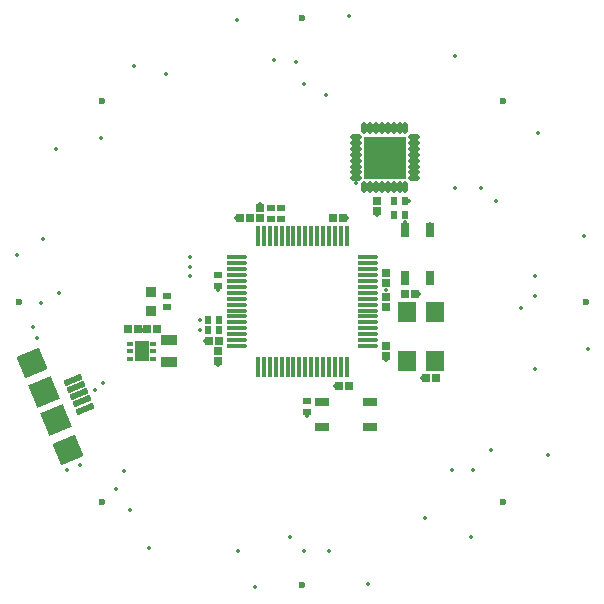
<source format=gts>
G04 Layer_Color=8388736*
%FSAX25Y25*%
%MOIN*%
G70*
G01*
G75*
%ADD31C,0.02362*%
%ADD56R,0.04537X0.06899*%
%ADD57R,0.02372X0.01781*%
G04:AMPARAMS|DCode=58|XSize=62mil|YSize=20mil|CornerRadius=0mil|HoleSize=0mil|Usage=FLASHONLY|Rotation=22.500|XOffset=0mil|YOffset=0mil|HoleType=Round|Shape=Rectangle|*
%AMROTATEDRECTD58*
4,1,4,-0.02481,-0.02110,-0.03247,-0.00262,0.02481,0.02110,0.03247,0.00262,-0.02481,-0.02110,0.0*
%
%ADD58ROTATEDRECTD58*%

G04:AMPARAMS|DCode=59|XSize=77mil|YSize=81mil|CornerRadius=0mil|HoleSize=0mil|Usage=FLASHONLY|Rotation=292.500|XOffset=0mil|YOffset=0mil|HoleType=Round|Shape=Rectangle|*
%AMROTATEDRECTD59*
4,1,4,-0.05215,0.02007,0.02268,0.05107,0.05215,-0.02007,-0.02268,-0.05107,-0.05215,0.02007,0.0*
%
%ADD59ROTATEDRECTD59*%

%ADD60P,0.11455X4X337.5*%
%ADD61R,0.04537X0.03159*%
%ADD62O,0.06702X0.01584*%
%ADD63O,0.01584X0.06702*%
G04:AMPARAMS|DCode=64|XSize=141.83mil|YSize=141.83mil|CornerRadius=5.04mil|HoleSize=0mil|Usage=FLASHONLY|Rotation=180.000|XOffset=0mil|YOffset=0mil|HoleType=Round|Shape=RoundedRectangle|*
%AMROUNDEDRECTD64*
21,1,0.14183,0.13175,0,0,180.0*
21,1,0.13175,0.14183,0,0,180.0*
1,1,0.01008,-0.06588,0.06588*
1,1,0.01008,0.06588,0.06588*
1,1,0.01008,0.06588,-0.06588*
1,1,0.01008,-0.06588,-0.06588*
%
%ADD64ROUNDEDRECTD64*%
G04:AMPARAMS|DCode=65|XSize=17.02mil|YSize=39.47mil|CornerRadius=4.98mil|HoleSize=0mil|Usage=FLASHONLY|Rotation=180.000|XOffset=0mil|YOffset=0mil|HoleType=Round|Shape=RoundedRectangle|*
%AMROUNDEDRECTD65*
21,1,0.01702,0.02950,0,0,180.0*
21,1,0.00706,0.03947,0,0,180.0*
1,1,0.00997,-0.00353,0.01475*
1,1,0.00997,0.00353,0.01475*
1,1,0.00997,0.00353,-0.01475*
1,1,0.00997,-0.00353,-0.01475*
%
%ADD65ROUNDEDRECTD65*%
G04:AMPARAMS|DCode=66|XSize=17.02mil|YSize=39.47mil|CornerRadius=4.98mil|HoleSize=0mil|Usage=FLASHONLY|Rotation=270.000|XOffset=0mil|YOffset=0mil|HoleType=Round|Shape=RoundedRectangle|*
%AMROUNDEDRECTD66*
21,1,0.01702,0.02950,0,0,270.0*
21,1,0.00706,0.03947,0,0,270.0*
1,1,0.00997,-0.01475,-0.00353*
1,1,0.00997,-0.01475,0.00353*
1,1,0.00997,0.01475,0.00353*
1,1,0.00997,0.01475,-0.00353*
%
%ADD66ROUNDEDRECTD66*%
%ADD67R,0.02765X0.02372*%
%ADD68R,0.03750X0.03356*%
%ADD69R,0.05718X0.03356*%
%ADD70R,0.02569X0.02647*%
%ADD71R,0.06100X0.06900*%
%ADD72R,0.03159X0.04537*%
%ADD73R,0.02372X0.02765*%
%ADD74R,0.02647X0.02569*%
%ADD75C,0.01400*%
D31*
X0442165Y0328335D02*
D03*
X0509000Y0356020D02*
D03*
X0575836Y0328335D02*
D03*
X0603520Y0261500D02*
D03*
X0575836Y0194665D02*
D03*
X0509000Y0166980D02*
D03*
X0442165Y0194665D02*
D03*
X0414480Y0261500D02*
D03*
D56*
X0455500Y0245000D02*
D03*
D57*
X0451661Y0242441D02*
D03*
Y0245000D02*
D03*
Y0247559D02*
D03*
X0459339D02*
D03*
Y0245000D02*
D03*
Y0242441D02*
D03*
D58*
X0432669Y0235422D02*
D03*
X0436618Y0225890D02*
D03*
X0433648Y0233058D02*
D03*
X0434628Y0230694D02*
D03*
X0435623Y0228292D02*
D03*
D59*
X0418900Y0241225D02*
D03*
X0430973Y0212078D02*
D03*
D60*
X0423014Y0231295D02*
D03*
X0426840Y0222056D02*
D03*
D61*
X0515429Y0228134D02*
D03*
Y0219866D02*
D03*
X0531571Y0228134D02*
D03*
Y0219866D02*
D03*
D62*
X0530752Y0246736D02*
D03*
Y0248705D02*
D03*
Y0250673D02*
D03*
Y0252642D02*
D03*
Y0254610D02*
D03*
Y0256579D02*
D03*
Y0258547D02*
D03*
Y0260516D02*
D03*
Y0262484D02*
D03*
Y0264453D02*
D03*
Y0266421D02*
D03*
Y0268390D02*
D03*
Y0270358D02*
D03*
Y0272327D02*
D03*
Y0274295D02*
D03*
Y0276264D02*
D03*
X0487248D02*
D03*
Y0274295D02*
D03*
Y0272327D02*
D03*
Y0270358D02*
D03*
Y0268390D02*
D03*
Y0266421D02*
D03*
Y0264453D02*
D03*
Y0262484D02*
D03*
Y0260516D02*
D03*
Y0258547D02*
D03*
Y0256579D02*
D03*
Y0254610D02*
D03*
Y0252642D02*
D03*
Y0250673D02*
D03*
Y0248705D02*
D03*
Y0246736D02*
D03*
D63*
X0523764Y0283252D02*
D03*
X0521795D02*
D03*
X0519827D02*
D03*
X0517858D02*
D03*
X0515890D02*
D03*
X0513921D02*
D03*
X0511953D02*
D03*
X0509984D02*
D03*
X0508016D02*
D03*
X0506047D02*
D03*
X0504079D02*
D03*
X0502110D02*
D03*
X0500142D02*
D03*
X0498173D02*
D03*
X0496205D02*
D03*
X0494236D02*
D03*
Y0239748D02*
D03*
X0496205D02*
D03*
X0498173D02*
D03*
X0500142D02*
D03*
X0502110D02*
D03*
X0504079D02*
D03*
X0506047D02*
D03*
X0508016D02*
D03*
X0509984D02*
D03*
X0511953D02*
D03*
X0513921D02*
D03*
X0515890D02*
D03*
X0517858D02*
D03*
X0519827D02*
D03*
X0521795D02*
D03*
X0523764D02*
D03*
D64*
X0536500Y0309500D02*
D03*
D65*
X0543390Y0299756D02*
D03*
X0541421D02*
D03*
X0539453D02*
D03*
X0537484D02*
D03*
X0535516D02*
D03*
X0533547D02*
D03*
X0531579D02*
D03*
X0529610D02*
D03*
Y0319244D02*
D03*
X0531579D02*
D03*
X0533547D02*
D03*
X0535516D02*
D03*
X0537484D02*
D03*
X0539453D02*
D03*
X0541421D02*
D03*
X0543390D02*
D03*
D66*
X0526756Y0302610D02*
D03*
Y0304579D02*
D03*
Y0306547D02*
D03*
Y0308516D02*
D03*
Y0310484D02*
D03*
Y0312453D02*
D03*
Y0314421D02*
D03*
Y0316390D02*
D03*
X0546244D02*
D03*
Y0314421D02*
D03*
Y0312453D02*
D03*
Y0310484D02*
D03*
Y0308516D02*
D03*
Y0306547D02*
D03*
Y0304579D02*
D03*
Y0302610D02*
D03*
D67*
X0464000Y0259728D02*
D03*
Y0263272D02*
D03*
X0481000Y0270272D02*
D03*
Y0266728D02*
D03*
X0510500Y0228272D02*
D03*
Y0224728D02*
D03*
X0498500Y0292772D02*
D03*
Y0289228D02*
D03*
X0502000Y0292772D02*
D03*
Y0289228D02*
D03*
D68*
X0458500Y0264650D02*
D03*
Y0258350D02*
D03*
D69*
X0464500Y0241260D02*
D03*
Y0248740D02*
D03*
D70*
X0450886Y0252500D02*
D03*
X0454114D02*
D03*
X0481114Y0248500D02*
D03*
X0477886D02*
D03*
X0546614Y0264000D02*
D03*
X0543386D02*
D03*
X0550386Y0236000D02*
D03*
X0553614D02*
D03*
X0524614Y0233500D02*
D03*
X0521386D02*
D03*
X0491614Y0289500D02*
D03*
X0488386D02*
D03*
X0519386D02*
D03*
X0522614D02*
D03*
X0460614Y0252500D02*
D03*
X0457386D02*
D03*
D71*
X0543750Y0258150D02*
D03*
Y0241850D02*
D03*
X0553250D02*
D03*
Y0258150D02*
D03*
D72*
X0543366Y0269429D02*
D03*
X0551634D02*
D03*
X0543366Y0285571D02*
D03*
X0551634D02*
D03*
D73*
X0539728Y0295000D02*
D03*
X0543272D02*
D03*
X0539728Y0290500D02*
D03*
X0543272D02*
D03*
X0481272Y0252000D02*
D03*
X0477728D02*
D03*
X0481272Y0255500D02*
D03*
X0477728D02*
D03*
D74*
X0534000Y0295114D02*
D03*
Y0291886D02*
D03*
X0537000Y0259886D02*
D03*
Y0263114D02*
D03*
X0495000Y0289386D02*
D03*
Y0292614D02*
D03*
X0537000Y0271114D02*
D03*
Y0267886D02*
D03*
X0481000Y0245114D02*
D03*
Y0241886D02*
D03*
X0537000Y0246614D02*
D03*
Y0243386D02*
D03*
D75*
X0532563Y0309500D02*
D03*
X0536500D02*
D03*
X0540437D02*
D03*
X0532563Y0313437D02*
D03*
X0536500D02*
D03*
X0540437D02*
D03*
X0532563Y0305563D02*
D03*
X0536500D02*
D03*
X0540437D02*
D03*
X0428000Y0264500D02*
D03*
X0422000Y0261000D02*
D03*
X0449500Y0205000D02*
D03*
X0447000Y0199000D02*
D03*
X0505000Y0183000D02*
D03*
X0509500Y0178500D02*
D03*
X0559000Y0205500D02*
D03*
X0566000D02*
D03*
X0582000Y0259500D02*
D03*
X0586500Y0263500D02*
D03*
X0560000Y0299500D02*
D03*
X0568500D02*
D03*
X0573500Y0295007D02*
D03*
X0509500Y0334000D02*
D03*
X0507000Y0341500D02*
D03*
X0471500Y0276500D02*
D03*
Y0273000D02*
D03*
X0442000Y0316000D02*
D03*
X0463500Y0337500D02*
D03*
X0471500Y0270000D02*
D03*
X0422500Y0282500D02*
D03*
X0499500Y0342000D02*
D03*
X0559994Y0343487D02*
D03*
X0517000Y0330500D02*
D03*
X0586500Y0270000D02*
D03*
Y0239000D02*
D03*
X0572000Y0212000D02*
D03*
X0550000Y0189500D02*
D03*
X0518000Y0178500D02*
D03*
X0487500D02*
D03*
X0413740Y0277237D02*
D03*
X0543366Y0287988D02*
D03*
X0527000Y0301000D02*
D03*
X0420500Y0249500D02*
D03*
X0436618Y0225890D02*
D03*
X0430973Y0212078D02*
D03*
X0426840Y0222056D02*
D03*
X0423014Y0231295D02*
D03*
X0418900Y0241225D02*
D03*
X0455500Y0252000D02*
D03*
Y0247500D02*
D03*
Y0243500D02*
D03*
X0458500Y0258350D02*
D03*
X0481000Y0240500D02*
D03*
X0520000Y0233500D02*
D03*
X0537000Y0242000D02*
D03*
X0549000Y0236000D02*
D03*
X0537000Y0265500D02*
D03*
X0548000Y0264000D02*
D03*
X0551500Y0287500D02*
D03*
X0524000Y0289500D02*
D03*
X0495000Y0294000D02*
D03*
X0487000Y0289500D02*
D03*
X0481000Y0265500D02*
D03*
X0476500Y0248500D02*
D03*
X0442500Y0234500D02*
D03*
X0440000Y0232000D02*
D03*
X0474767Y0252000D02*
D03*
Y0255500D02*
D03*
X0510500Y0223500D02*
D03*
X0543750Y0241850D02*
D03*
X0553250Y0258150D02*
D03*
X0419114Y0253000D02*
D03*
X0451451Y0191931D02*
D03*
X0435000Y0207000D02*
D03*
X0430513Y0205269D02*
D03*
X0458006Y0179513D02*
D03*
X0493263Y0166240D02*
D03*
X0530915Y0167469D02*
D03*
X0565231Y0183013D02*
D03*
X0590987Y0210506D02*
D03*
X0604260Y0245763D02*
D03*
X0603031Y0283415D02*
D03*
X0587487Y0317731D02*
D03*
X0524737Y0356760D02*
D03*
X0487085Y0355531D02*
D03*
X0452769Y0339987D02*
D03*
X0427013Y0312494D02*
D03*
X0534000Y0290500D02*
D03*
X0544500Y0295000D02*
D03*
M02*

</source>
